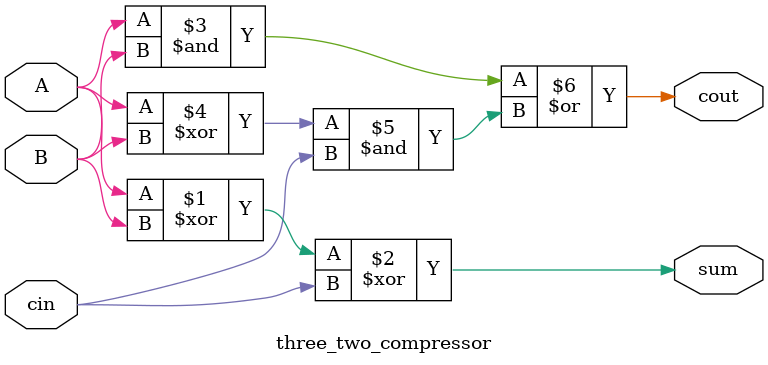
<source format=v>
`timescale 1ns / 1ps

module three_two_compressor(
    input A,
    input B,
    input cin,
    output sum,
    output cout
    );
    
    assign sum = A ^ B ^ cin;
    assign cout = (A & B) | ((A ^ B) & cin);
endmodule

</source>
